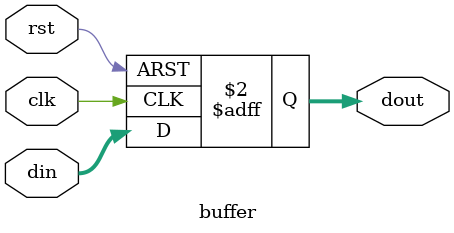
<source format=v>
`timescale 1ns / 1ps
module buffer(
    input clk,rst,
    input [0:63]din,
    output reg [0:63]dout
);

always @(posedge clk, posedge rst) begin
    if(rst)
        dout <= 63'd0;
    else
        dout <= din;
end

endmodule
</source>
